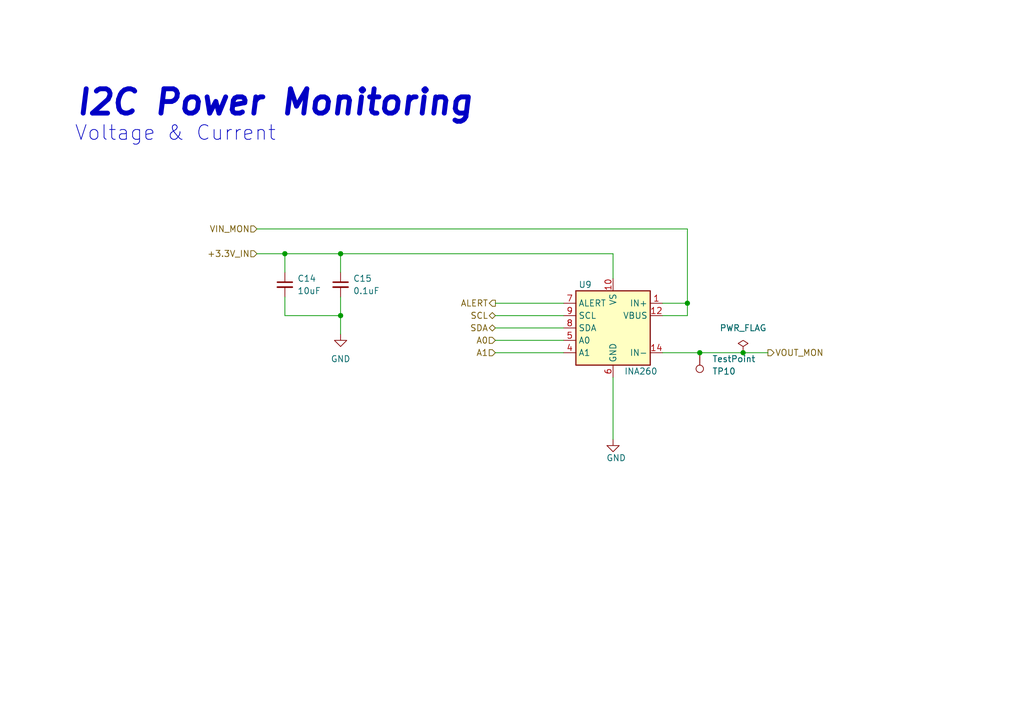
<source format=kicad_sch>
(kicad_sch (version 20211123) (generator eeschema)
  (paper "A5")
  (title_block (title "I2C Power Monitoring (Voltage & Current)") (date "2022-01-12") (rev "4") (company "Copyright © 2022 Christian Kuhtz") (comment 2 "CERN-OHL-W v2 or later"))
  (lib_symbols
    (symbol "Connector:TestPoint" (pin_numbers hide) (pin_names (offset 0.762) hide)
      (property "Reference" "TP" (at 0 6.858 0))
      (property "Value" "TestPoint" (at 0 5.08 0))
      (symbol "TestPoint_0_1"
        (circle (center 0 3.302) (radius 0.762))
      )
      (symbol "TestPoint_1_1"
        (pin passive line (at 0 0 90) (length 2.54) (name "1") (number "1"))
      )
    )
    (symbol "Device:C_Small" (pin_numbers hide) (pin_names (offset 0.254) hide)
      (property "Reference" "C" (at 0.254 1.778 0))
      (property "Value" "C_Small" (at 0.254 -2.032 0))
      (symbol "C_Small_0_1"
        (polyline (pts (xy -1.524 -0.508) (xy 1.524 -0.508)) (stroke (width 0.3302)))
        (polyline (pts (xy -1.524 0.508) (xy 1.524 0.508)) (stroke (width 0.3048)))
      )
      (symbol "C_Small_1_1"
        (pin passive line (at 0 2.54 270) (length 2.032) (name "~") (number "1"))
        (pin passive line (at 0 -2.54 90) (length 2.032) (name "~") (number "2"))
      )
    )
    (symbol "Sensor_I2C_TI:INA260"
      (property "Reference" "U" (at -6.35 8.89 0))
      (property "Value" "INA260" (at 2.54 8.89 0))
      (symbol "INA260_0_1"
        (rectangle (start -7.62 7.62) (end 7.62 -7.62) (stroke (width 0.254)) (fill (type background)))
      )
      (symbol "INA260_1_1"
        (pin passive line (at -10.16 5.08 0) (length 2.54) (name "IN+") (number "1"))
        (pin power_in line (at 0 10.16 270) (length 2.54) (name "VS") (number "10"))
        (pin passive line (at 0 -10.16 90) (length 2.54) hide (name "GND") (number "11"))
        (pin passive line (at -10.16 2.54 0) (length 2.54) (name "VBUS") (number "12"))
        (pin no_connect line (at 2.54 -7.62 90) (length 2.54) hide (name "NC") (number "13"))
        (pin passive line (at -10.16 -5.08 0) (length 2.54) (name "IN-") (number "14"))
        (pin passive line (at -10.16 -5.08 0) (length 2.54) hide (name "IN-") (number "15"))
        (pin passive line (at -10.16 -5.08 0) (length 2.54) hide (name "IN-") (number "16"))
        (pin passive line (at -10.16 5.08 0) (length 2.54) hide (name "IN+") (number "2"))
        (pin passive line (at -10.16 5.08 0) (length 2.54) hide (name "IN+") (number "3"))
        (pin input line (at 10.16 -5.08 180) (length 2.54) (name "A1") (number "4"))
        (pin input line (at 10.16 -2.54 180) (length 2.54) (name "A0") (number "5"))
        (pin power_in line (at 0 -10.16 90) (length 2.54) (name "GND") (number "6"))
        (pin open_collector line (at 10.16 5.08 180) (length 2.54) (name "ALERT") (number "7"))
        (pin bidirectional line (at 10.16 0 180) (length 2.54) (name "SDA") (number "8"))
        (pin input line (at 10.16 2.54 180) (length 2.54) (name "SCL") (number "9"))
      )
    )
    (symbol "power:GND" (power) (pin_names (offset 0))
      (property "Value" "GND" (at 0 -3.81 0))
      (symbol "GND_0_1"
        (polyline (pts (xy 0 0) (xy 0 -1.27) (xy 1.27 -1.27) (xy 0 -2.54) (xy -1.27 -1.27) (xy 0 -1.27)))
      )
      (symbol "GND_1_1"
        (pin power_in line (at 0 0 270) (length 0) hide (name "GND") (number "1"))
      )
    )
    (symbol "power:PWR_FLAG" (power) (pin_numbers hide) (pin_names (offset 0) hide)
      (property "Value" "PWR_FLAG" (at 0 3.81 0))
      (symbol "PWR_FLAG_0_0"
        (pin power_out line (at 0 0 90) (length 0) (name "pwr") (number "1"))
      )
      (symbol "PWR_FLAG_0_1"
        (polyline (pts (xy 0 0) (xy 0 1.27) (xy -1.016 1.905) (xy 0 2.54) (xy 1.016 1.905) (xy 0 1.27)))
      )
    )
  )
  (junction (at 69.85 52.07))
  (junction (at 143.51 72.39))
  (junction (at 69.85 64.77))
  (junction (at 152.4 72.39) (diameter 0.9144))
  (junction (at 140.97 62.23) (diameter 0.9144))
  (junction (at 58.42 52.07))
  (wire (pts (xy 140.97 64.77) (xy 135.89 64.77)))
  (wire (pts (xy 140.97 62.23) (xy 140.97 64.77)))
  (wire (pts (xy 69.85 64.77) (xy 69.85 60.96)))
  (wire (pts (xy 140.97 46.99) (xy 140.97 62.23)))
  (wire (pts (xy 58.42 52.07) (xy 69.85 52.07)))
  (wire (pts (xy 58.42 52.07) (xy 58.42 55.88)))
  (wire (pts (xy 101.6 67.31) (xy 115.57 67.31)))
  (wire (pts (xy 52.705 52.07) (xy 58.42 52.07)))
  (wire (pts (xy 58.42 64.77) (xy 58.42 60.96)))
  (wire (pts (xy 125.73 90.17) (xy 125.73 77.47)))
  (wire (pts (xy 101.6 69.85) (xy 115.57 69.85)))
  (wire (pts (xy 69.85 64.77) (xy 69.85 68.58)))
  (wire (pts (xy 69.85 55.88) (xy 69.85 52.07)))
  (wire (pts (xy 101.6 62.23) (xy 115.57 62.23)))
  (wire (pts (xy 152.4 72.39) (xy 157.48 72.39)))
  (wire (pts (xy 125.73 52.07) (xy 125.73 57.15)))
  (wire (pts (xy 52.705 46.99) (xy 140.97 46.99)))
  (wire (pts (xy 101.6 72.39) (xy 115.57 72.39)))
  (wire (pts (xy 143.51 72.39) (xy 152.4 72.39)))
  (wire (pts (xy 69.85 52.07) (xy 125.73 52.07)))
  (wire (pts (xy 69.85 64.77) (xy 58.42 64.77)))
  (wire (pts (xy 140.97 62.23) (xy 135.89 62.23)))
  (wire (pts (xy 135.89 72.39) (xy 143.51 72.39)))
  (wire (pts (xy 101.6 64.77) (xy 115.57 64.77)))
  (text "Voltage & Current" (at 15.24 29.21 0) (effects (font (size 3 3)) (justify left bottom)))
  (text "I2C Power Monitoring" (at 15.24 24.13 0) (effects (font (size 5 5) (thickness 1) bold italic) (justify left bottom)))
  (hierarchical_label "A0" (shape input) (at 101.6 69.85 180))
  (hierarchical_label "SCL" (shape bidirectional) (at 101.6 64.77 180))
  (hierarchical_label "SDA" (shape bidirectional) (at 101.6 67.31 180))
  (hierarchical_label "A1" (shape input) (at 101.6 72.39 180))
  (hierarchical_label "+3.3V_IN" (shape input) (at 52.705 52.07 180))
  (hierarchical_label "VOUT_MON" (shape output) (at 157.48 72.39 0))
  (hierarchical_label "ALERT" (shape output) (at 101.6 62.23 180))
  (hierarchical_label "VIN_MON" (shape input) (at 52.705 46.99 180))
  (symbol (lib_id "power:GND") (at 125.73 90.17 0)
    (property "Reference" "#PWR024" (effects hide))
    (property "Value" "GND" (at 126.365 93.98 0))
  )
  (symbol (lib_id "Device:C_Small") (at 58.42 58.42 0)
    (property "Reference" "C14" (at 60.96 57.1562 0) (effects (justify left)))
    (property "Value" "10uF" (at 60.96 59.6962 0) (effects (justify left)))
    (property "Footprint" "Capacitor_SMD:C_0402_1005Metric" (effects hide))
  )
  (symbol (lib_id "power:GND") (at 69.85 68.58 0)
    (property "Reference" "#PWR023" (effects hide))
    (property "Value" "GND" (at 69.85 73.66 0))
  )
  (symbol (lib_id "Sensor_I2C_TI:INA260") (at 125.73 67.31 0) (mirror y)
    (property "Reference" "U9" (at 120.015 58.42 0))
    (property "Value" "INA260" (at 131.445 76.2 0))
    (property "Footprint" "Sensor_I2C_TI:TSSOP-16_4.4x5mm_P0.65mm_pin1" (effects hide))
    (property "Datasheet" "http://www.ti.com/lit/ds/symlink/ina260.pdf" (effects hide))
    (property "Manufacturer" "TI" (effects hide))
    (property "MPN" "INA260AIPW" (effects hide))
  )
  (symbol (lib_id "power:PWR_FLAG") (at 152.4 72.39 0)
    (property "Reference" "#FLG04" (effects hide))
    (property "Value" "PWR_FLAG" (at 152.4 67.31 0))
  )
  (symbol (lib_id "Device:C_Small") (at 69.85 58.42 0)
    (property "Reference" "C15" (at 72.39 57.1562 0) (effects (justify left)))
    (property "Value" "0.1uF" (at 72.39 59.6962 0) (effects (justify left)))
    (property "Footprint" "Capacitor_SMD:C_0402_1005Metric" (effects hide))
  )
  (symbol (lib_id "Connector:TestPoint") (at 143.51 72.39 0) (mirror x)
    (property "Reference" "TP10" (at 146.05 76.2 0) (effects (justify left)))
    (property "Value" "TestPoint" (at 146.05 73.66 0) (effects (justify left)))
    (property "Footprint" "TestPoint:TestPoint_Pad_D1.0mm" (effects hide))
    (property "Field4" "nf" (effects hide))
    (property "Field5" "nf" (effects hide))
    (property "Field6" "nf" (effects hide))
    (property "Field7" "nf" (effects hide))
  )
)
</source>
